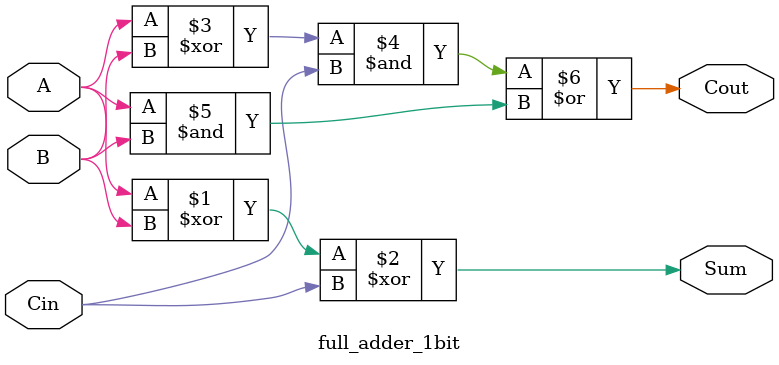
<source format=v>
`timescale 1ns / 1ps


module adder_tree (
  input [15:0] partial_product1, // Nine aligned 16-bit partial products
  input [15:0] partial_product2,
  input [15:0] partial_product3,
  input [15:0] partial_product4,
  input [15:0] partial_product5,
  input [15:0] partial_product6,
  input [15:0] partial_product7,
  input [15:0] partial_product8,
  input [15:0] partial_product9,
  output [19:0] sum // 20-bit sum
);
wire [15:0] s1, s2, s3, s4, s5, s6, s7, s8;
wire c1, c2, c3, c4, c5, c6, c7, c8; 
wire [3:0] carry;
//// Level 1
full_adder_16bit_gate fa0 (.A(partial_product1), .B(partial_product2), .Cin(1'b0), .Sum(s1), .Cout(c1));
full_adder_16bit_gate fa1 (.A(partial_product3), .B(partial_product4), .Cin(1'b0), .Sum(s2), .Cout(c2));
full_adder_16bit_gate fa2 (.A(partial_product5), .B(partial_product6), .Cin(1'b0), .Sum(s3), .Cout(c3));
full_adder_16bit_gate fa3 (.A(partial_product7), .B(partial_product8), .Cin(1'b0), .Sum(s4), .Cout(c4));
////// Level 2
full_adder_16bit_gate fa4 (.A(s1), .B(s2), .Cin(1'b0), .Sum(s5), .Cout(c5));
full_adder_16bit_gate fa5 (.A(s3), .B(s4), .Cin(1'b0), .Sum(s6), .Cout(c6));
////// Level 3
full_adder_16bit_gate fa6 (.A(s5), .B(s6), .Cin(1'b0), .Sum(s7), .Cout(c7));
//////Level 4
full_adder_16bit_gate fa7 (.A(s7), .B(partial_product9), .Cin(1'b0), .Sum(s8), .Cout(c8));
assign carry = c1 +c2+ c3+ c4 + c5 + c6 + c7+ c8;
assign sum = {carry, s8};
endmodule



module full_adder_16bit_gate (
  input [15:0] A,
  input [15:0] B,
  input Cin,
  output [15:0] Sum,
  output Cout);
wire [14:0] C;
full_adder_1bit fa1(.A(A[0]), .B(B[0]), .Cin(Cin), .Sum (Sum[0]), .Cout(C[0]));
full_adder_1bit fa2(.A(A[1]), .B(B[1]), .Cin(C[0]), .Sum (Sum[1]), .Cout(C[1]));
full_adder_1bit fa3(.A(A[2]), .B(B[2]), .Cin(C[1]), .Sum (Sum[2]), .Cout(C[2]));
full_adder_1bit fa4(.A(A[3]), .B(B[3]), .Cin(C[2]), .Sum (Sum[3]), .Cout(C[3]));
full_adder_1bit fa5(.A(A[4]), .B(B[4]), .Cin(C[3]), .Sum (Sum[4]), .Cout(C[4]));
full_adder_1bit fa6(.A(A[5]), .B(B[5]), .Cin(C[4]), .Sum (Sum[5]), .Cout(C[5]));
full_adder_1bit fa7(.A(A[6]), .B(B[6]), .Cin(C[5]), .Sum (Sum[6]), .Cout(C[6]));
full_adder_1bit fa8(.A(A[7]), .B(B[7]), .Cin(C[6]), .Sum (Sum[7]), .Cout(C[7]));
full_adder_1bit fa9(.A(A[8]), .B(B[8]), .Cin(C[7]), .Sum (Sum[8]), .Cout(C[8]));
full_adder_1bit fa10(.A(A[9]), .B(B[9]), .Cin(C[8]), .Sum (Sum[9]), .Cout(C[9]));
full_adder_1bit fa11(.A(A[10]), .B(B[10]), .Cin(C[9]), .Sum (Sum[10]), .Cout(C[10]));
full_adder_1bit fa12(.A(A[11]), .B(B[11]), .Cin(C[10]), .Sum (Sum[11]), .Cout(C[11]));
full_adder_1bit fa13(.A(A[12]), .B(B[12]), .Cin(C[11]), .Sum (Sum[12]), .Cout(C[12]));
full_adder_1bit fa14(.A(A[13]), .B(B[13]), .Cin(C[12]), .Sum (Sum[13]), .Cout(C[13]));
full_adder_1bit fa15(.A(A[14]), .B(B[14]), .Cin(C[13]), .Sum (Sum[14]), .Cout(C[14]));
full_adder_1bit fa16(.A(A[15]), .B(B[15]), .Cin(C[14]), .Sum (Sum[15]), .Cout(Cout));
endmodule
module full_adder_1bit(input A, input B, input Cin, output Sum, output Cout);

assign Sum = A^B^Cin;
assign Cout = ((A^B)&Cin) | (A&B);
endmodule



</source>
